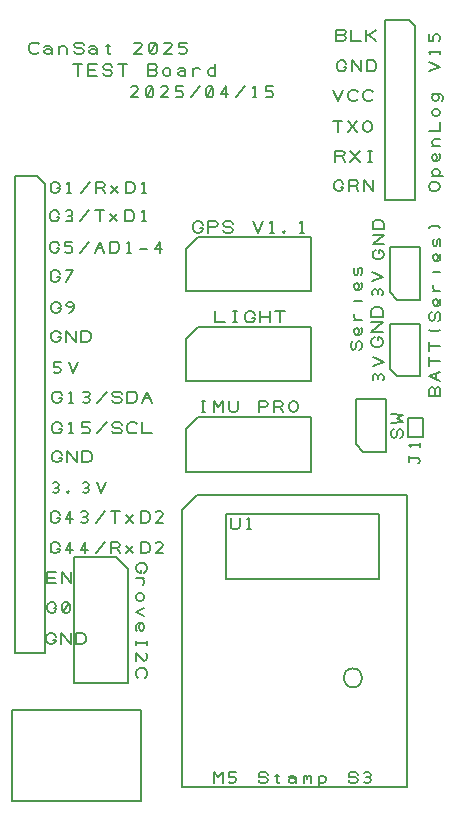
<source format=gbr>
G04 DesignSpark PCB Gerber Version 12.0 Build 5942*
%FSLAX35Y35*%
%MOMM*%
%ADD10C,0.12700*%
X0Y0D02*
D02*
D10*
X1180240Y1740240D02*
X2280240D01*
Y2510240D01*
X1180240D01*
Y1740240D01*
X1409620Y8079930D02*
X1401680Y8071990D01*
X1385800Y8064050D01*
X1361990D01*
X1346120Y8071990D01*
X1338180Y8079930D01*
X1330240Y8095800D01*
Y8127550D01*
X1338180Y8143430D01*
X1346120Y8151370D01*
X1361990Y8159300D01*
X1385800D01*
X1401680Y8151370D01*
X1409620Y8143430D01*
X1457240Y8119620D02*
X1473120Y8127550D01*
X1496930D01*
X1512800Y8119620D01*
X1520740Y8103740D01*
Y8079930D01*
X1512800Y8071990D01*
X1496930Y8064050D01*
X1481050D01*
X1465180Y8071990D01*
X1457240Y8079930D01*
Y8087870D01*
X1465180Y8095800D01*
X1481050Y8103740D01*
X1496930D01*
X1512800Y8095800D01*
X1520740Y8087870D01*
Y8079930D02*
Y8064050D01*
X1584240D02*
Y8127550D01*
Y8103740D02*
X1592180Y8119620D01*
X1608050Y8127550D01*
X1623930D01*
X1639800Y8119620D01*
X1647740Y8103740D01*
Y8064050D01*
X1711240Y8087870D02*
X1719180Y8071990D01*
X1735050Y8064050D01*
X1766800D01*
X1782680Y8071990D01*
X1790620Y8087870D01*
X1782680Y8103740D01*
X1766800Y8111680D01*
X1735050D01*
X1719180Y8119620D01*
X1711240Y8135490D01*
X1719180Y8151370D01*
X1735050Y8159300D01*
X1766800D01*
X1782680Y8151370D01*
X1790620Y8135490D01*
X1838240Y8119620D02*
X1854120Y8127550D01*
X1877930D01*
X1893800Y8119620D01*
X1901740Y8103740D01*
Y8079930D01*
X1893800Y8071990D01*
X1877930Y8064050D01*
X1862050D01*
X1846180Y8071990D01*
X1838240Y8079930D01*
Y8087870D01*
X1846180Y8095800D01*
X1862050Y8103740D01*
X1877930D01*
X1893800Y8095800D01*
X1901740Y8087870D01*
Y8079930D02*
Y8064050D01*
X1978470Y8127550D02*
X2015510D01*
X1996990Y8143430D02*
Y8071990D01*
X2004930Y8064050D01*
X2012870D01*
X2020800Y8071990D01*
X2282740Y8064050D02*
X2219240D01*
X2274800Y8119620D01*
X2282740Y8135490D01*
X2274800Y8151370D01*
X2258930Y8159300D01*
X2235120D01*
X2219240Y8151370D01*
X2354180Y8071990D02*
X2370050Y8064050D01*
X2385930D01*
X2401800Y8071990D01*
X2409740Y8087870D01*
Y8135490D01*
X2401800Y8151370D01*
X2385930Y8159300D01*
X2370050D01*
X2354180Y8151370D01*
X2346240Y8135490D01*
Y8087870D01*
X2354180Y8071990D01*
X2401800Y8151370D01*
X2536740Y8064050D02*
X2473240D01*
X2528800Y8119620D01*
X2536740Y8135490D01*
X2528800Y8151370D01*
X2512930Y8159300D01*
X2489120D01*
X2473240Y8151370D01*
X2600240Y8071990D02*
X2616120Y8064050D01*
X2639930D01*
X2655800Y8071990D01*
X2663740Y8087870D01*
Y8095800D01*
X2655800Y8111680D01*
X2639930Y8119620D01*
X2600240D01*
Y8159300D01*
X2663740D01*
X1462240Y6961990D02*
Y2993240D01*
X1208240D01*
Y7025490D01*
X1398740D01*
X1462240Y6961990D01*
X1530800Y3103740D02*
X1554620D01*
Y3095800D01*
X1546680Y3079930D01*
X1538740Y3071990D01*
X1522870Y3064050D01*
X1506990D01*
X1491120Y3071990D01*
X1483180Y3079930D01*
X1475240Y3095800D01*
Y3127550D01*
X1483180Y3143430D01*
X1491120Y3151370D01*
X1506990Y3159300D01*
X1522870D01*
X1538740Y3151370D01*
X1546680Y3143430D01*
X1554620Y3127550D01*
X1602240Y3064050D02*
Y3159300D01*
X1681620Y3064050D01*
Y3159300D01*
X1729240Y3064050D02*
Y3159300D01*
X1776870D01*
X1792740Y3151370D01*
X1800680Y3143430D01*
X1808620Y3127550D01*
Y3095800D01*
X1800680Y3079930D01*
X1792740Y3071990D01*
X1776870Y3064050D01*
X1729240D01*
X1535800Y3368740D02*
X1559620D01*
Y3360800D01*
X1551680Y3344930D01*
X1543740Y3336990D01*
X1527870Y3329050D01*
X1511990D01*
X1496120Y3336990D01*
X1488180Y3344930D01*
X1480240Y3360800D01*
Y3392550D01*
X1488180Y3408430D01*
X1496120Y3416370D01*
X1511990Y3424300D01*
X1527870D01*
X1543740Y3416370D01*
X1551680Y3408430D01*
X1559620Y3392550D01*
X1615180Y3336990D02*
X1631050Y3329050D01*
X1646930D01*
X1662800Y3336990D01*
X1670740Y3352870D01*
Y3400490D01*
X1662800Y3416370D01*
X1646930Y3424300D01*
X1631050D01*
X1615180Y3416370D01*
X1607240Y3400490D01*
Y3352870D01*
X1615180Y3336990D01*
X1662800Y3416370D01*
X1480240Y3579050D02*
Y3674300D01*
X1559620D01*
X1543740Y3626680D02*
X1480240D01*
Y3579050D02*
X1559620D01*
X1607240D02*
Y3674300D01*
X1686620Y3579050D01*
Y3674300D01*
X1560800Y6418740D02*
X1584620D01*
Y6410800D01*
X1576680Y6394930D01*
X1568740Y6386990D01*
X1552870Y6379050D01*
X1536990D01*
X1521120Y6386990D01*
X1513180Y6394930D01*
X1505240Y6410800D01*
Y6442550D01*
X1513180Y6458430D01*
X1521120Y6466370D01*
X1536990Y6474300D01*
X1552870D01*
X1568740Y6466370D01*
X1576680Y6458430D01*
X1584620Y6442550D01*
X1632240Y6386990D02*
X1648120Y6379050D01*
X1671930D01*
X1687800Y6386990D01*
X1695740Y6402870D01*
Y6410800D01*
X1687800Y6426680D01*
X1671930Y6434620D01*
X1632240D01*
Y6474300D01*
X1695740D01*
X1759240Y6379050D02*
X1838620Y6474300D01*
X1886240Y6379050D02*
X1925930Y6474300D01*
X1965620Y6379050D01*
X1902120Y6418740D02*
X1949740D01*
X2013240Y6379050D02*
Y6474300D01*
X2060870D01*
X2076740Y6466370D01*
X2084680Y6458430D01*
X2092620Y6442550D01*
Y6410800D01*
X2084680Y6394930D01*
X2076740Y6386990D01*
X2060870Y6379050D01*
X2013240D01*
X2156120D02*
X2187870D01*
X2171990D02*
Y6474300D01*
X2156120Y6458430D01*
X2267240Y6410800D02*
X2330740D01*
X2433930Y6379050D02*
Y6474300D01*
X2394240Y6410800D01*
X2457740D01*
X1560800Y6683740D02*
X1584620D01*
Y6675800D01*
X1576680Y6659930D01*
X1568740Y6651990D01*
X1552870Y6644050D01*
X1536990D01*
X1521120Y6651990D01*
X1513180Y6659930D01*
X1505240Y6675800D01*
Y6707550D01*
X1513180Y6723430D01*
X1521120Y6731370D01*
X1536990Y6739300D01*
X1552870D01*
X1568740Y6731370D01*
X1576680Y6723430D01*
X1584620Y6707550D01*
X1640180Y6651990D02*
X1656050Y6644050D01*
X1671930D01*
X1687800Y6651990D01*
X1695740Y6667870D01*
X1687800Y6683740D01*
X1671930Y6691680D01*
X1656050D01*
X1671930D02*
X1687800Y6699620D01*
X1695740Y6715490D01*
X1687800Y6731370D01*
X1671930Y6739300D01*
X1656050D01*
X1640180Y6731370D01*
X1759240Y6644050D02*
X1838620Y6739300D01*
X1925930Y6644050D02*
Y6739300D01*
X1886240D02*
X1965620D01*
X2013240Y6644050D02*
X2076740Y6707550D01*
Y6644050D02*
X2013240Y6707550D01*
X2140240Y6644050D02*
Y6739300D01*
X2187870D01*
X2203740Y6731370D01*
X2211680Y6723430D01*
X2219620Y6707550D01*
Y6675800D01*
X2211680Y6659930D01*
X2203740Y6651990D01*
X2187870Y6644050D01*
X2140240D01*
X2283120D02*
X2314870D01*
X2298990D02*
Y6739300D01*
X2283120Y6723430D01*
X1565800Y3873740D02*
X1589620D01*
Y3865800D01*
X1581680Y3849930D01*
X1573740Y3841990D01*
X1557870Y3834050D01*
X1541990D01*
X1526120Y3841990D01*
X1518180Y3849930D01*
X1510240Y3865800D01*
Y3897550D01*
X1518180Y3913430D01*
X1526120Y3921370D01*
X1541990Y3929300D01*
X1557870D01*
X1573740Y3921370D01*
X1581680Y3913430D01*
X1589620Y3897550D01*
X1676930Y3834050D02*
Y3929300D01*
X1637240Y3865800D01*
X1700740D01*
X1803930Y3834050D02*
Y3929300D01*
X1764240Y3865800D01*
X1827740D01*
X1891240Y3834050D02*
X1970620Y3929300D01*
X2018240Y3834050D02*
Y3929300D01*
X2073800D01*
X2089680Y3921370D01*
X2097620Y3905490D01*
X2089680Y3889620D01*
X2073800Y3881680D01*
X2018240D01*
X2073800D02*
X2097620Y3834050D01*
X2145240D02*
X2208740Y3897550D01*
Y3834050D02*
X2145240Y3897550D01*
X2272240Y3834050D02*
Y3929300D01*
X2319870D01*
X2335740Y3921370D01*
X2343680Y3913430D01*
X2351620Y3897550D01*
Y3865800D01*
X2343680Y3849930D01*
X2335740Y3841990D01*
X2319870Y3834050D01*
X2272240D01*
X2462740D02*
X2399240D01*
X2454800Y3889620D01*
X2462740Y3905490D01*
X2454800Y3921370D01*
X2438930Y3929300D01*
X2415120D01*
X2399240Y3921370D01*
X1565800Y4133740D02*
X1589620D01*
Y4125800D01*
X1581680Y4109930D01*
X1573740Y4101990D01*
X1557870Y4094050D01*
X1541990D01*
X1526120Y4101990D01*
X1518180Y4109930D01*
X1510240Y4125800D01*
Y4157550D01*
X1518180Y4173430D01*
X1526120Y4181370D01*
X1541990Y4189300D01*
X1557870D01*
X1573740Y4181370D01*
X1581680Y4173430D01*
X1589620Y4157550D01*
X1676930Y4094050D02*
Y4189300D01*
X1637240Y4125800D01*
X1700740D01*
X1772180Y4101990D02*
X1788050Y4094050D01*
X1803930D01*
X1819800Y4101990D01*
X1827740Y4117870D01*
X1819800Y4133740D01*
X1803930Y4141680D01*
X1788050D01*
X1803930D02*
X1819800Y4149620D01*
X1827740Y4165490D01*
X1819800Y4181370D01*
X1803930Y4189300D01*
X1788050D01*
X1772180Y4181370D01*
X1891240Y4094050D02*
X1970620Y4189300D01*
X2057930Y4094050D02*
Y4189300D01*
X2018240D02*
X2097620D01*
X2145240Y4094050D02*
X2208740Y4157550D01*
Y4094050D02*
X2145240Y4157550D01*
X2272240Y4094050D02*
Y4189300D01*
X2319870D01*
X2335740Y4181370D01*
X2343680Y4173430D01*
X2351620Y4157550D01*
Y4125800D01*
X2343680Y4109930D01*
X2335740Y4101990D01*
X2319870Y4094050D01*
X2272240D01*
X2462740D02*
X2399240D01*
X2454800Y4149620D01*
X2462740Y4165490D01*
X2454800Y4181370D01*
X2438930Y4189300D01*
X2415120D01*
X2399240Y4181370D01*
X1565800Y6173740D02*
X1589620D01*
Y6165800D01*
X1581680Y6149930D01*
X1573740Y6141990D01*
X1557870Y6134050D01*
X1541990D01*
X1526120Y6141990D01*
X1518180Y6149930D01*
X1510240Y6165800D01*
Y6197550D01*
X1518180Y6213430D01*
X1526120Y6221370D01*
X1541990Y6229300D01*
X1557870D01*
X1573740Y6221370D01*
X1581680Y6213430D01*
X1589620Y6197550D01*
X1637240Y6134050D02*
X1700740Y6229300D01*
X1637240D01*
X1565800Y6923740D02*
X1589620D01*
Y6915800D01*
X1581680Y6899930D01*
X1573740Y6891990D01*
X1557870Y6884050D01*
X1541990D01*
X1526120Y6891990D01*
X1518180Y6899930D01*
X1510240Y6915800D01*
Y6947550D01*
X1518180Y6963430D01*
X1526120Y6971370D01*
X1541990Y6979300D01*
X1557870D01*
X1573740Y6971370D01*
X1581680Y6963430D01*
X1589620Y6947550D01*
X1653120Y6884050D02*
X1684870D01*
X1668990D02*
Y6979300D01*
X1653120Y6963430D01*
X1764240Y6884050D02*
X1843620Y6979300D01*
X1891240Y6884050D02*
Y6979300D01*
X1946800D01*
X1962680Y6971370D01*
X1970620Y6955490D01*
X1962680Y6939620D01*
X1946800Y6931680D01*
X1891240D01*
X1946800D02*
X1970620Y6884050D01*
X2018240D02*
X2081740Y6947550D01*
Y6884050D02*
X2018240Y6947550D01*
X2145240Y6884050D02*
Y6979300D01*
X2192870D01*
X2208740Y6971370D01*
X2216680Y6963430D01*
X2224620Y6947550D01*
Y6915800D01*
X2216680Y6899930D01*
X2208740Y6891990D01*
X2192870Y6884050D01*
X2145240D01*
X2288120D02*
X2319870D01*
X2303990D02*
Y6979300D01*
X2288120Y6963430D01*
X1570800Y5663740D02*
X1594620D01*
Y5655800D01*
X1586680Y5639930D01*
X1578740Y5631990D01*
X1562870Y5624050D01*
X1546990D01*
X1531120Y5631990D01*
X1523180Y5639930D01*
X1515240Y5655800D01*
Y5687550D01*
X1523180Y5703430D01*
X1531120Y5711370D01*
X1546990Y5719300D01*
X1562870D01*
X1578740Y5711370D01*
X1586680Y5703430D01*
X1594620Y5687550D01*
X1642240Y5624050D02*
Y5719300D01*
X1721620Y5624050D01*
Y5719300D01*
X1769240Y5624050D02*
Y5719300D01*
X1816870D01*
X1832740Y5711370D01*
X1840680Y5703430D01*
X1848620Y5687550D01*
Y5655800D01*
X1840680Y5639930D01*
X1832740Y5631990D01*
X1816870Y5624050D01*
X1769240D01*
X1570800Y5908740D02*
X1594620D01*
Y5900800D01*
X1586680Y5884930D01*
X1578740Y5876990D01*
X1562870Y5869050D01*
X1546990D01*
X1531120Y5876990D01*
X1523180Y5884930D01*
X1515240Y5900800D01*
Y5932550D01*
X1523180Y5948430D01*
X1531120Y5956370D01*
X1546990Y5964300D01*
X1562870D01*
X1578740Y5956370D01*
X1586680Y5948430D01*
X1594620Y5932550D01*
X1666050Y5869050D02*
X1681930Y5876990D01*
X1697800Y5892870D01*
X1705740Y5916680D01*
Y5940490D01*
X1697800Y5956370D01*
X1681930Y5964300D01*
X1666050D01*
X1650180Y5956370D01*
X1642240Y5940490D01*
X1650180Y5924620D01*
X1666050Y5916680D01*
X1681930D01*
X1697800Y5924620D01*
X1705740Y5940490D01*
X1528180Y4351990D02*
X1544050Y4344050D01*
X1559930D01*
X1575800Y4351990D01*
X1583740Y4367870D01*
X1575800Y4383740D01*
X1559930Y4391680D01*
X1544050D01*
X1559930D02*
X1575800Y4399620D01*
X1583740Y4415490D01*
X1575800Y4431370D01*
X1559930Y4439300D01*
X1544050D01*
X1528180Y4431370D01*
X1655180Y4344050D02*
X1663120Y4351990D01*
X1655180Y4359930D01*
X1647240Y4351990D01*
X1655180Y4344050D01*
X1782180Y4351990D02*
X1798050Y4344050D01*
X1813930D01*
X1829800Y4351990D01*
X1837740Y4367870D01*
X1829800Y4383740D01*
X1813930Y4391680D01*
X1798050D01*
X1813930D02*
X1829800Y4399620D01*
X1837740Y4415490D01*
X1829800Y4431370D01*
X1813930Y4439300D01*
X1798050D01*
X1782180Y4431370D01*
X1901240Y4439300D02*
X1940930Y4344050D01*
X1980620Y4439300D01*
X1580800Y4643740D02*
X1604620D01*
Y4635800D01*
X1596680Y4619930D01*
X1588740Y4611990D01*
X1572870Y4604050D01*
X1556990D01*
X1541120Y4611990D01*
X1533180Y4619930D01*
X1525240Y4635800D01*
Y4667550D01*
X1533180Y4683430D01*
X1541120Y4691370D01*
X1556990Y4699300D01*
X1572870D01*
X1588740Y4691370D01*
X1596680Y4683430D01*
X1604620Y4667550D01*
X1652240Y4604050D02*
Y4699300D01*
X1731620Y4604050D01*
Y4699300D01*
X1779240Y4604050D02*
Y4699300D01*
X1826870D01*
X1842740Y4691370D01*
X1850680Y4683430D01*
X1858620Y4667550D01*
Y4635800D01*
X1850680Y4619930D01*
X1842740Y4611990D01*
X1826870Y4604050D01*
X1779240D01*
X1580800Y4888740D02*
X1604620D01*
Y4880800D01*
X1596680Y4864930D01*
X1588740Y4856990D01*
X1572870Y4849050D01*
X1556990D01*
X1541120Y4856990D01*
X1533180Y4864930D01*
X1525240Y4880800D01*
Y4912550D01*
X1533180Y4928430D01*
X1541120Y4936370D01*
X1556990Y4944300D01*
X1572870D01*
X1588740Y4936370D01*
X1596680Y4928430D01*
X1604620Y4912550D01*
X1668120Y4849050D02*
X1699870D01*
X1683990D02*
Y4944300D01*
X1668120Y4928430D01*
X1779240Y4856990D02*
X1795120Y4849050D01*
X1818930D01*
X1834800Y4856990D01*
X1842740Y4872870D01*
Y4880800D01*
X1834800Y4896680D01*
X1818930Y4904620D01*
X1779240D01*
Y4944300D01*
X1842740D01*
X1906240Y4849050D02*
X1985620Y4944300D01*
X2033240Y4872870D02*
X2041180Y4856990D01*
X2057050Y4849050D01*
X2088800D01*
X2104680Y4856990D01*
X2112620Y4872870D01*
X2104680Y4888740D01*
X2088800Y4896680D01*
X2057050D01*
X2041180Y4904620D01*
X2033240Y4920490D01*
X2041180Y4936370D01*
X2057050Y4944300D01*
X2088800D01*
X2104680Y4936370D01*
X2112620Y4920490D01*
X2239620Y4864930D02*
X2231680Y4856990D01*
X2215800Y4849050D01*
X2191990D01*
X2176120Y4856990D01*
X2168180Y4864930D01*
X2160240Y4880800D01*
Y4912550D01*
X2168180Y4928430D01*
X2176120Y4936370D01*
X2191990Y4944300D01*
X2215800D01*
X2231680Y4936370D01*
X2239620Y4928430D01*
X2287240Y4944300D02*
Y4849050D01*
X2366620D01*
X1580800Y5148740D02*
X1604620D01*
Y5140800D01*
X1596680Y5124930D01*
X1588740Y5116990D01*
X1572870Y5109050D01*
X1556990D01*
X1541120Y5116990D01*
X1533180Y5124930D01*
X1525240Y5140800D01*
Y5172550D01*
X1533180Y5188430D01*
X1541120Y5196370D01*
X1556990Y5204300D01*
X1572870D01*
X1588740Y5196370D01*
X1596680Y5188430D01*
X1604620Y5172550D01*
X1668120Y5109050D02*
X1699870D01*
X1683990D02*
Y5204300D01*
X1668120Y5188430D01*
X1787180Y5116990D02*
X1803050Y5109050D01*
X1818930D01*
X1834800Y5116990D01*
X1842740Y5132870D01*
X1834800Y5148740D01*
X1818930Y5156680D01*
X1803050D01*
X1818930D02*
X1834800Y5164620D01*
X1842740Y5180490D01*
X1834800Y5196370D01*
X1818930Y5204300D01*
X1803050D01*
X1787180Y5196370D01*
X1906240Y5109050D02*
X1985620Y5204300D01*
X2033240Y5132870D02*
X2041180Y5116990D01*
X2057050Y5109050D01*
X2088800D01*
X2104680Y5116990D01*
X2112620Y5132870D01*
X2104680Y5148740D01*
X2088800Y5156680D01*
X2057050D01*
X2041180Y5164620D01*
X2033240Y5180490D01*
X2041180Y5196370D01*
X2057050Y5204300D01*
X2088800D01*
X2104680Y5196370D01*
X2112620Y5180490D01*
X2160240Y5109050D02*
Y5204300D01*
X2207870D01*
X2223740Y5196370D01*
X2231680Y5188430D01*
X2239620Y5172550D01*
Y5140800D01*
X2231680Y5124930D01*
X2223740Y5116990D01*
X2207870Y5109050D01*
X2160240D01*
X2287240D02*
X2326930Y5204300D01*
X2366620Y5109050D01*
X2303120Y5148740D02*
X2350740D01*
X1535240Y5366990D02*
X1551120Y5359050D01*
X1574930D01*
X1590800Y5366990D01*
X1598740Y5382870D01*
Y5390800D01*
X1590800Y5406680D01*
X1574930Y5414620D01*
X1535240D01*
Y5454300D01*
X1598740D01*
X1662240D02*
X1701930Y5359050D01*
X1741620Y5454300D01*
X1739930Y7879050D02*
Y7974300D01*
X1700240D02*
X1779620D01*
X1827240Y7879050D02*
Y7974300D01*
X1906620D01*
X1890740Y7926680D02*
X1827240D01*
Y7879050D02*
X1906620D01*
X1954240Y7902870D02*
X1962180Y7886990D01*
X1978050Y7879050D01*
X2009800D01*
X2025680Y7886990D01*
X2033620Y7902870D01*
X2025680Y7918740D01*
X2009800Y7926680D01*
X1978050D01*
X1962180Y7934620D01*
X1954240Y7950490D01*
X1962180Y7966370D01*
X1978050Y7974300D01*
X2009800D01*
X2025680Y7966370D01*
X2033620Y7950490D01*
X2120930Y7879050D02*
Y7974300D01*
X2081240D02*
X2160620D01*
X2390800Y7926680D02*
X2406680Y7918740D01*
X2414620Y7902870D01*
X2406680Y7886990D01*
X2390800Y7879050D01*
X2335240D01*
Y7974300D01*
X2390800D01*
X2406680Y7966370D01*
X2414620Y7950490D01*
X2406680Y7934620D01*
X2390800Y7926680D01*
X2335240D01*
X2462240Y7902870D02*
X2470180Y7886990D01*
X2486050Y7879050D01*
X2501930D01*
X2517800Y7886990D01*
X2525740Y7902870D01*
Y7918740D01*
X2517800Y7934620D01*
X2501930Y7942550D01*
X2486050D01*
X2470180Y7934620D01*
X2462240Y7918740D01*
Y7902870D01*
X2589240Y7934620D02*
X2605120Y7942550D01*
X2628930D01*
X2644800Y7934620D01*
X2652740Y7918740D01*
Y7894930D01*
X2644800Y7886990D01*
X2628930Y7879050D01*
X2613050D01*
X2597180Y7886990D01*
X2589240Y7894930D01*
Y7902870D01*
X2597180Y7910800D01*
X2613050Y7918740D01*
X2628930D01*
X2644800Y7910800D01*
X2652740Y7902870D01*
Y7894930D02*
Y7879050D01*
X2716240D02*
Y7942550D01*
Y7918740D02*
X2724180Y7934620D01*
X2740050Y7942550D01*
X2755930D01*
X2771800Y7934620D01*
X2906740Y7918740D02*
X2898800Y7934620D01*
X2882930Y7942550D01*
X2867050D01*
X2851180Y7934620D01*
X2843240Y7918740D01*
Y7902870D01*
X2851180Y7886990D01*
X2867050Y7879050D01*
X2882930D01*
X2898800Y7886990D01*
X2906740Y7902870D01*
Y7879050D02*
Y7974300D01*
X2065240Y3800240D02*
X1705240D01*
Y2740240D01*
X2165240D01*
Y3700240D01*
X2065240Y3800240D01*
X2253740Y7694050D02*
X2190240D01*
X2245800Y7749620D01*
X2253740Y7765490D01*
X2245800Y7781370D01*
X2229930Y7789300D01*
X2206120D01*
X2190240Y7781370D01*
X2325180Y7701990D02*
X2341050Y7694050D01*
X2356930D01*
X2372800Y7701990D01*
X2380740Y7717870D01*
Y7765490D01*
X2372800Y7781370D01*
X2356930Y7789300D01*
X2341050D01*
X2325180Y7781370D01*
X2317240Y7765490D01*
Y7717870D01*
X2325180Y7701990D01*
X2372800Y7781370D01*
X2507740Y7694050D02*
X2444240D01*
X2499800Y7749620D01*
X2507740Y7765490D01*
X2499800Y7781370D01*
X2483930Y7789300D01*
X2460120D01*
X2444240Y7781370D01*
X2571240Y7701990D02*
X2587120Y7694050D01*
X2610930D01*
X2626800Y7701990D01*
X2634740Y7717870D01*
Y7725800D01*
X2626800Y7741680D01*
X2610930Y7749620D01*
X2571240D01*
Y7789300D01*
X2634740D01*
X2698240Y7694050D02*
X2777620Y7789300D01*
X2833180Y7701990D02*
X2849050Y7694050D01*
X2864930D01*
X2880800Y7701990D01*
X2888740Y7717870D01*
Y7765490D01*
X2880800Y7781370D01*
X2864930Y7789300D01*
X2849050D01*
X2833180Y7781370D01*
X2825240Y7765490D01*
Y7717870D01*
X2833180Y7701990D01*
X2880800Y7781370D01*
X2991930Y7694050D02*
Y7789300D01*
X2952240Y7725800D01*
X3015740D01*
X3079240Y7694050D02*
X3158620Y7789300D01*
X3222120Y7694050D02*
X3253870D01*
X3237990D02*
Y7789300D01*
X3222120Y7773430D01*
X3333240Y7701990D02*
X3349120Y7694050D01*
X3372930D01*
X3388800Y7701990D01*
X3396740Y7717870D01*
Y7725800D01*
X3388800Y7741680D01*
X3372930Y7749620D01*
X3333240D01*
Y7789300D01*
X3396740D01*
X2273740Y3694680D02*
Y3670860D01*
X2265800D01*
X2249930Y3678800D01*
X2241990Y3686740D01*
X2234050Y3702610D01*
Y3718490D01*
X2241990Y3734360D01*
X2249930Y3742300D01*
X2265800Y3750240D01*
X2297550D01*
X2313430Y3742300D01*
X2321370Y3734360D01*
X2329300Y3718490D01*
Y3702610D01*
X2321370Y3686740D01*
X2313430Y3678800D01*
X2297550Y3670860D01*
X2234050Y3623240D02*
X2297550D01*
X2273740D02*
X2289620Y3615300D01*
X2297550Y3599430D01*
Y3583550D01*
X2289620Y3567680D01*
X2257870Y3496240D02*
X2241990Y3488300D01*
X2234050Y3472430D01*
Y3456550D01*
X2241990Y3440680D01*
X2257870Y3432740D01*
X2273740D01*
X2289620Y3440680D01*
X2297550Y3456550D01*
Y3472430D01*
X2289620Y3488300D01*
X2273740Y3496240D01*
X2257870D01*
X2297550Y3369240D02*
X2234050Y3337490D01*
X2297550Y3305740D01*
X2241990Y3178740D02*
X2234050Y3186680D01*
Y3202550D01*
Y3218430D01*
X2241990Y3234300D01*
X2257870Y3242240D01*
X2281680D01*
X2289620Y3234300D01*
X2297550Y3218430D01*
Y3202550D01*
X2289620Y3186680D01*
X2281680Y3178740D01*
X2273740D01*
X2265800Y3186680D01*
X2257870Y3202550D01*
Y3218430D01*
X2265800Y3234300D01*
X2273740Y3242240D01*
X2234050Y3091430D02*
Y3059680D01*
Y3075550D02*
X2329300D01*
Y3091430D02*
Y3059680D01*
X2234050Y2924740D02*
Y2988240D01*
X2289620Y2932680D01*
X2305490Y2924740D01*
X2321370Y2932680D01*
X2329300Y2948550D01*
Y2972360D01*
X2321370Y2988240D01*
X2249930Y2781860D02*
X2241990Y2789800D01*
X2234050Y2805680D01*
Y2829490D01*
X2241990Y2845360D01*
X2249930Y2853300D01*
X2265800Y2861240D01*
X2297550D01*
X2313430Y2853300D01*
X2321370Y2845360D01*
X2329300Y2829490D01*
Y2805680D01*
X2321370Y2789800D01*
X2313430Y2781860D01*
X2655240Y4885240D02*
Y4525240D01*
X3715240D01*
Y4985240D01*
X2755240D01*
X2655240Y4885240D01*
Y5650240D02*
Y5290240D01*
X3715240D01*
Y5750240D01*
X2755240D01*
X2655240Y5650240D01*
Y6415240D02*
Y6055240D01*
X3715240D01*
Y6515240D01*
X2755240D01*
X2655240Y6415240D01*
X2775800Y6588740D02*
X2799620D01*
Y6580800D01*
X2791680Y6564930D01*
X2783740Y6556990D01*
X2767870Y6549050D01*
X2751990D01*
X2736120Y6556990D01*
X2728180Y6564930D01*
X2720240Y6580800D01*
Y6612550D01*
X2728180Y6628430D01*
X2736120Y6636370D01*
X2751990Y6644300D01*
X2767870D01*
X2783740Y6636370D01*
X2791680Y6628430D01*
X2799620Y6612550D01*
X2847240Y6549050D02*
Y6644300D01*
X2902800D01*
X2918680Y6636370D01*
X2926620Y6620490D01*
X2918680Y6604620D01*
X2902800Y6596680D01*
X2847240D01*
X2974240Y6572870D02*
X2982180Y6556990D01*
X2998050Y6549050D01*
X3029800D01*
X3045680Y6556990D01*
X3053620Y6572870D01*
X3045680Y6588740D01*
X3029800Y6596680D01*
X2998050D01*
X2982180Y6604620D01*
X2974240Y6620490D01*
X2982180Y6636370D01*
X2998050Y6644300D01*
X3029800D01*
X3045680Y6636370D01*
X3053620Y6620490D01*
X3228240Y6644300D02*
X3267930Y6549050D01*
X3307620Y6644300D01*
X3371120Y6549050D02*
X3402870D01*
X3386990D02*
Y6644300D01*
X3371120Y6628430D01*
X3490180Y6549050D02*
X3498120Y6556990D01*
X3490180Y6564930D01*
X3482240Y6556990D01*
X3490180Y6549050D01*
X3625120D02*
X3656870D01*
X3640990D02*
Y6644300D01*
X3625120Y6628430D01*
X2789050Y5029050D02*
X2820800D01*
X2804930D02*
Y5124300D01*
X2789050D02*
X2820800D01*
X2892240Y5029050D02*
Y5124300D01*
X2931930Y5076680D01*
X2971620Y5124300D01*
Y5029050D01*
X3019240Y5124300D02*
Y5052870D01*
X3027180Y5036990D01*
X3043050Y5029050D01*
X3074800D01*
X3090680Y5036990D01*
X3098620Y5052870D01*
Y5124300D01*
X3273240Y5029050D02*
Y5124300D01*
X3328800D01*
X3344680Y5116370D01*
X3352620Y5100490D01*
X3344680Y5084620D01*
X3328800Y5076680D01*
X3273240D01*
X3400240Y5029050D02*
Y5124300D01*
X3455800D01*
X3471680Y5116370D01*
X3479620Y5100490D01*
X3471680Y5084620D01*
X3455800Y5076680D01*
X3400240D01*
X3455800D02*
X3479620Y5029050D01*
X3527240Y5060800D02*
Y5092550D01*
X3535180Y5108430D01*
X3543120Y5116370D01*
X3558990Y5124300D01*
X3574870D01*
X3590740Y5116370D01*
X3598680Y5108430D01*
X3606620Y5092550D01*
Y5060800D01*
X3598680Y5044930D01*
X3590740Y5036990D01*
X3574870Y5029050D01*
X3558990D01*
X3543120Y5036990D01*
X3535180Y5044930D01*
X3527240Y5060800D01*
X2890240Y1889050D02*
Y1984300D01*
X2929930Y1936680D01*
X2969620Y1984300D01*
Y1889050D01*
X3017240Y1896990D02*
X3033120Y1889050D01*
X3056930D01*
X3072800Y1896990D01*
X3080740Y1912870D01*
Y1920800D01*
X3072800Y1936680D01*
X3056930Y1944620D01*
X3017240D01*
Y1984300D01*
X3080740D01*
X3271240Y1912870D02*
X3279180Y1896990D01*
X3295050Y1889050D01*
X3326800D01*
X3342680Y1896990D01*
X3350620Y1912870D01*
X3342680Y1928740D01*
X3326800Y1936680D01*
X3295050D01*
X3279180Y1944620D01*
X3271240Y1960490D01*
X3279180Y1976370D01*
X3295050Y1984300D01*
X3326800D01*
X3342680Y1976370D01*
X3350620Y1960490D01*
X3411470Y1952550D02*
X3448510D01*
X3429990Y1968430D02*
Y1896990D01*
X3437930Y1889050D01*
X3445870D01*
X3453800Y1896990D01*
X3525240Y1944620D02*
X3541120Y1952550D01*
X3564930D01*
X3580800Y1944620D01*
X3588740Y1928740D01*
Y1904930D01*
X3580800Y1896990D01*
X3564930Y1889050D01*
X3549050D01*
X3533180Y1896990D01*
X3525240Y1904930D01*
Y1912870D01*
X3533180Y1920800D01*
X3549050Y1928740D01*
X3564930D01*
X3580800Y1920800D01*
X3588740Y1912870D01*
Y1904930D02*
Y1889050D01*
X3652240D02*
Y1952550D01*
Y1944620D02*
X3660180Y1952550D01*
X3676050D01*
X3683990Y1944620D01*
Y1920800D01*
Y1944620D02*
X3691930Y1952550D01*
X3707800D01*
X3715740Y1944620D01*
Y1889050D01*
X3779240Y1952550D02*
Y1865240D01*
Y1912870D02*
X3787180Y1896990D01*
X3803050Y1889050D01*
X3818930D01*
X3834800Y1896990D01*
X3842740Y1912870D01*
Y1928740D01*
X3834800Y1944620D01*
X3818930Y1952550D01*
X3803050D01*
X3787180Y1944620D01*
X3779240Y1928740D01*
Y1912870D01*
X4033240D02*
X4041180Y1896990D01*
X4057050Y1889050D01*
X4088800D01*
X4104680Y1896990D01*
X4112620Y1912870D01*
X4104680Y1928740D01*
X4088800Y1936680D01*
X4057050D01*
X4041180Y1944620D01*
X4033240Y1960490D01*
X4041180Y1976370D01*
X4057050Y1984300D01*
X4088800D01*
X4104680Y1976370D01*
X4112620Y1960490D01*
X4168180Y1896990D02*
X4184050Y1889050D01*
X4199930D01*
X4215800Y1896990D01*
X4223740Y1912870D01*
X4215800Y1928740D01*
X4199930Y1936680D01*
X4184050D01*
X4199930D02*
X4215800Y1944620D01*
X4223740Y1960490D01*
X4215800Y1976370D01*
X4199930Y1984300D01*
X4184050D01*
X4168180Y1976370D01*
X2905240Y5884300D02*
Y5789050D01*
X2984620D01*
X3056050D02*
X3087800D01*
X3071930D02*
Y5884300D01*
X3056050D02*
X3087800D01*
X3214800Y5828740D02*
X3238620D01*
Y5820800D01*
X3230680Y5804930D01*
X3222740Y5796990D01*
X3206870Y5789050D01*
X3190990D01*
X3175120Y5796990D01*
X3167180Y5804930D01*
X3159240Y5820800D01*
Y5852550D01*
X3167180Y5868430D01*
X3175120Y5876370D01*
X3190990Y5884300D01*
X3206870D01*
X3222740Y5876370D01*
X3230680Y5868430D01*
X3238620Y5852550D01*
X3286240Y5789050D02*
Y5884300D01*
Y5836680D02*
X3365620D01*
Y5789050D02*
Y5884300D01*
X3452930Y5789050D02*
Y5884300D01*
X3413240D02*
X3492620D01*
X3034240Y4137300D02*
Y4065870D01*
X3042180Y4049990D01*
X3058050Y4042050D01*
X3089800D01*
X3105680Y4049990D01*
X3113620Y4065870D01*
Y4137300D01*
X3177120Y4042050D02*
X3208870D01*
X3192990D02*
Y4137300D01*
X3177120Y4121430D01*
X3939930Y7399050D02*
Y7494300D01*
X3900240D02*
X3979620D01*
X4027240Y7399050D02*
X4106620Y7494300D01*
X4027240D02*
X4106620Y7399050D01*
X4154240Y7430800D02*
Y7462550D01*
X4162180Y7478430D01*
X4170120Y7486370D01*
X4185990Y7494300D01*
X4201870D01*
X4217740Y7486370D01*
X4225680Y7478430D01*
X4233620Y7462550D01*
Y7430800D01*
X4225680Y7414930D01*
X4217740Y7406990D01*
X4201870Y7399050D01*
X4185990D01*
X4170120Y7406990D01*
X4162180Y7414930D01*
X4154240Y7430800D01*
X3905240Y7759300D02*
X3944930Y7664050D01*
X3984620Y7759300D01*
X4111620Y7679930D02*
X4103680Y7671990D01*
X4087800Y7664050D01*
X4063990D01*
X4048120Y7671990D01*
X4040180Y7679930D01*
X4032240Y7695800D01*
Y7727550D01*
X4040180Y7743430D01*
X4048120Y7751370D01*
X4063990Y7759300D01*
X4087800D01*
X4103680Y7751370D01*
X4111620Y7743430D01*
X4238620Y7679930D02*
X4230680Y7671990D01*
X4214800Y7664050D01*
X4190990D01*
X4175120Y7671990D01*
X4167180Y7679930D01*
X4159240Y7695800D01*
Y7727550D01*
X4167180Y7743430D01*
X4175120Y7751370D01*
X4190990Y7759300D01*
X4214800D01*
X4230680Y7751370D01*
X4238620Y7743430D01*
X3965800Y6938740D02*
X3989620D01*
Y6930800D01*
X3981680Y6914930D01*
X3973740Y6906990D01*
X3957870Y6899050D01*
X3941990D01*
X3926120Y6906990D01*
X3918180Y6914930D01*
X3910240Y6930800D01*
Y6962550D01*
X3918180Y6978430D01*
X3926120Y6986370D01*
X3941990Y6994300D01*
X3957870D01*
X3973740Y6986370D01*
X3981680Y6978430D01*
X3989620Y6962550D01*
X4037240Y6899050D02*
Y6994300D01*
X4092800D01*
X4108680Y6986370D01*
X4116620Y6970490D01*
X4108680Y6954620D01*
X4092800Y6946680D01*
X4037240D01*
X4092800D02*
X4116620Y6899050D01*
X4164240D02*
Y6994300D01*
X4243620Y6899050D01*
Y6994300D01*
X3920240Y7149050D02*
Y7244300D01*
X3975800D01*
X3991680Y7236370D01*
X3999620Y7220490D01*
X3991680Y7204620D01*
X3975800Y7196680D01*
X3920240D01*
X3975800D02*
X3999620Y7149050D01*
X4047240D02*
X4126620Y7244300D01*
X4047240D02*
X4126620Y7149050D01*
X4198050D02*
X4229800D01*
X4213930D02*
Y7244300D01*
X4198050D02*
X4229800D01*
X3985800Y8221680D02*
X4001680Y8213740D01*
X4009620Y8197870D01*
X4001680Y8181990D01*
X3985800Y8174050D01*
X3930240D01*
Y8269300D01*
X3985800D01*
X4001680Y8261370D01*
X4009620Y8245490D01*
X4001680Y8229620D01*
X3985800Y8221680D01*
X3930240D01*
X4057240Y8269300D02*
Y8174050D01*
X4136620D01*
X4184240D02*
Y8269300D01*
Y8221680D02*
X4208050D01*
X4263620Y8269300D01*
X4208050Y8221680D02*
X4263620Y8174050D01*
X3990800Y7953740D02*
X4014620D01*
Y7945800D01*
X4006680Y7929930D01*
X3998740Y7921990D01*
X3982870Y7914050D01*
X3966990D01*
X3951120Y7921990D01*
X3943180Y7929930D01*
X3935240Y7945800D01*
Y7977550D01*
X3943180Y7993430D01*
X3951120Y8001370D01*
X3966990Y8009300D01*
X3982870D01*
X3998740Y8001370D01*
X4006680Y7993430D01*
X4014620Y7977550D01*
X4062240Y7914050D02*
Y8009300D01*
X4141620Y7914050D01*
Y8009300D01*
X4189240Y7914050D02*
Y8009300D01*
X4236870D01*
X4252740Y8001370D01*
X4260680Y7993430D01*
X4268620Y7977550D01*
Y7945800D01*
X4260680Y7929930D01*
X4252740Y7921990D01*
X4236870Y7914050D01*
X4189240D01*
X4070240Y2860240D02*
G75*
G03*
Y2700240I0J-80000D01*
G01*
G75*
G03*
Y2860240I0J80000D01*
G01*
X4093240Y4758490D02*
Y5139490D01*
X4347240D01*
Y4694990D01*
X4156740D01*
X4093240Y4758490D01*
X4122610Y5555240D02*
X4138490Y5563180D01*
X4146430Y5579050D01*
Y5610800D01*
X4138490Y5626680D01*
X4122610Y5634620D01*
X4106740Y5626680D01*
X4098800Y5610800D01*
Y5579050D01*
X4090860Y5563180D01*
X4074990Y5555240D01*
X4059110Y5563180D01*
X4051180Y5579050D01*
Y5610800D01*
X4059110Y5626680D01*
X4074990Y5634620D01*
X4138490Y5745740D02*
X4146430Y5737800D01*
Y5721930D01*
Y5706050D01*
X4138490Y5690180D01*
X4122610Y5682240D01*
X4098800D01*
X4090860Y5690180D01*
X4082930Y5706050D01*
Y5721930D01*
X4090860Y5737800D01*
X4098800Y5745740D01*
X4106740D01*
X4114680Y5737800D01*
X4122610Y5721930D01*
Y5706050D01*
X4114680Y5690180D01*
X4106740Y5682240D01*
X4146430Y5809240D02*
X4082930D01*
X4106740D02*
X4090860Y5817180D01*
X4082930Y5833050D01*
Y5848930D01*
X4090860Y5864800D01*
X4146430Y5967990D02*
X4082930D01*
X4059110D02*
X4138490Y6126740D02*
X4146430Y6118800D01*
Y6102930D01*
Y6087050D01*
X4138490Y6071180D01*
X4122610Y6063240D01*
X4098800D01*
X4090860Y6071180D01*
X4082930Y6087050D01*
Y6102930D01*
X4090860Y6118800D01*
X4098800Y6126740D01*
X4106740D01*
X4114680Y6118800D01*
X4122610Y6102930D01*
Y6087050D01*
X4114680Y6071180D01*
X4106740Y6063240D01*
X4138490Y6190240D02*
X4146430Y6206120D01*
Y6237870D01*
X4138490Y6253740D01*
X4122610D01*
X4114680Y6237870D01*
Y6206120D01*
X4106740Y6190240D01*
X4090860D01*
X4082930Y6206120D01*
Y6237870D01*
X4090860Y6253740D01*
X4294240Y4168240D02*
Y3618240D01*
X2994240D01*
Y4168240D01*
X4294240D01*
X4281740Y5640800D02*
Y5664620D01*
X4289680D01*
X4305550Y5656680D01*
X4313490Y5648740D01*
X4321430Y5632870D01*
Y5616990D01*
X4313490Y5601120D01*
X4305550Y5593180D01*
X4289680Y5585240D01*
X4257930D01*
X4242050Y5593180D01*
X4234110Y5601120D01*
X4226180Y5616990D01*
Y5632870D01*
X4234110Y5648740D01*
X4242050Y5656680D01*
X4257930Y5664620D01*
X4321430Y5712240D02*
X4226180D01*
X4321430Y5791620D01*
X4226180D01*
X4321430Y5839240D02*
X4226180D01*
Y5886870D01*
X4234110Y5902740D01*
X4242050Y5910680D01*
X4257930Y5918620D01*
X4289680D01*
X4305550Y5910680D01*
X4313490Y5902740D01*
X4321430Y5886870D01*
Y5839240D01*
X4318490Y6018180D02*
X4326430Y6034050D01*
Y6049930D01*
X4318490Y6065800D01*
X4302610Y6073740D01*
X4286740Y6065800D01*
X4278800Y6049930D01*
Y6034050D01*
Y6049930D02*
X4270860Y6065800D01*
X4254990Y6073740D01*
X4239110Y6065800D01*
X4231180Y6049930D01*
Y6034050D01*
X4239110Y6018180D01*
X4231180Y6137240D02*
X4326430Y6176930D01*
X4231180Y6216620D01*
X4323490Y5298180D02*
X4331430Y5314050D01*
Y5329930D01*
X4323490Y5345800D01*
X4307610Y5353740D01*
X4291740Y5345800D01*
X4283800Y5329930D01*
Y5314050D01*
Y5329930D02*
X4275860Y5345800D01*
X4259990Y5353740D01*
X4244110Y5345800D01*
X4236180Y5329930D01*
Y5314050D01*
X4244110Y5298180D01*
X4236180Y5417240D02*
X4331430Y5456930D01*
X4236180Y5496620D01*
X4291740Y6380800D02*
Y6404620D01*
X4299680D01*
X4315550Y6396680D01*
X4323490Y6388740D01*
X4331430Y6372870D01*
Y6356990D01*
X4323490Y6341120D01*
X4315550Y6333180D01*
X4299680Y6325240D01*
X4267930D01*
X4252050Y6333180D01*
X4244110Y6341120D01*
X4236180Y6356990D01*
Y6372870D01*
X4244110Y6388740D01*
X4252050Y6396680D01*
X4267930Y6404620D01*
X4331430Y6452240D02*
X4236180D01*
X4331430Y6531620D01*
X4236180D01*
X4331430Y6579240D02*
X4236180D01*
Y6626870D01*
X4244110Y6642740D01*
X4252050Y6650680D01*
X4267930Y6658620D01*
X4299680D01*
X4315550Y6650680D01*
X4323490Y6642740D01*
X4331430Y6626870D01*
Y6579240D01*
X4383240Y5398490D02*
Y5779490D01*
X4637240D01*
Y5334990D01*
X4446740D01*
X4383240Y5398490D01*
Y6043490D02*
Y6424490D01*
X4637240D01*
Y5979990D01*
X4446740D01*
X4383240Y6043490D01*
X4467610Y4810240D02*
X4483490Y4818180D01*
X4491430Y4834050D01*
Y4865800D01*
X4483490Y4881680D01*
X4467610Y4889620D01*
X4451740Y4881680D01*
X4443800Y4865800D01*
Y4834050D01*
X4435860Y4818180D01*
X4419990Y4810240D01*
X4404110Y4818180D01*
X4396180Y4834050D01*
Y4865800D01*
X4404110Y4881680D01*
X4419990Y4889620D01*
X4396180Y4937240D02*
X4491430Y4945180D01*
X4443800Y4976930D01*
X4491430Y5008680D01*
X4396180Y5016620D01*
X4524740Y4330740D02*
Y1854240D01*
X2619740D01*
Y4203740D01*
X2746740Y4330740D01*
X4524740D01*
X4540240Y4980240D02*
Y4815240D01*
X4660240D01*
Y4980240D01*
X4540240D01*
X4597240Y8301440D02*
Y6828240D01*
X4343240D01*
Y8352240D01*
X4546440D01*
X4597240Y8301440D01*
X4625550Y4595240D02*
X4633490Y4603180D01*
X4641430Y4619050D01*
X4633490Y4634930D01*
X4625550Y4642870D01*
X4546180D01*
Y4658740D01*
Y4642870D02*
Y4611120D01*
X4641430Y4738120D02*
Y4769870D01*
Y4753990D02*
X4546180D01*
X4562050Y4738120D01*
X4774680Y6900240D02*
X4742930D01*
X4727050Y6908180D01*
X4719110Y6916120D01*
X4711180Y6931990D01*
Y6947870D01*
X4719110Y6963740D01*
X4727050Y6971680D01*
X4742930Y6979620D01*
X4774680D01*
X4790550Y6971680D01*
X4798490Y6963740D01*
X4806430Y6947870D01*
Y6931990D01*
X4798490Y6916120D01*
X4790550Y6908180D01*
X4774680Y6900240D01*
X4742930Y7027240D02*
X4830240D01*
X4782610D02*
X4798490Y7035180D01*
X4806430Y7051050D01*
Y7066930D01*
X4798490Y7082800D01*
X4782610Y7090740D01*
X4766740D01*
X4750860Y7082800D01*
X4742930Y7066930D01*
Y7051050D01*
X4750860Y7035180D01*
X4766740Y7027240D01*
X4782610D01*
X4798490Y7217740D02*
X4806430Y7209800D01*
Y7193930D01*
Y7178050D01*
X4798490Y7162180D01*
X4782610Y7154240D01*
X4758800D01*
X4750860Y7162180D01*
X4742930Y7178050D01*
Y7193930D01*
X4750860Y7209800D01*
X4758800Y7217740D01*
X4766740D01*
X4774680Y7209800D01*
X4782610Y7193930D01*
Y7178050D01*
X4774680Y7162180D01*
X4766740Y7154240D01*
X4806430Y7281240D02*
X4742930D01*
X4766740D02*
X4750860Y7289180D01*
X4742930Y7305050D01*
Y7320930D01*
X4750860Y7336800D01*
X4766740Y7344740D01*
X4806430D01*
X4711180Y7408240D02*
X4806430D01*
Y7487620D01*
X4782610Y7535240D02*
X4798490Y7543180D01*
X4806430Y7559050D01*
Y7574930D01*
X4798490Y7590800D01*
X4782610Y7598740D01*
X4766740D01*
X4750860Y7590800D01*
X4742930Y7574930D01*
Y7559050D01*
X4750860Y7543180D01*
X4766740Y7535240D01*
X4782610D01*
X4766740Y7725740D02*
X4750860Y7717800D01*
X4742930Y7701930D01*
Y7686050D01*
X4750860Y7670180D01*
X4766740Y7662240D01*
X4774680D01*
X4790550Y7670180D01*
X4798490Y7686050D01*
Y7701930D01*
X4790550Y7717800D01*
X4774680Y7725740D01*
X4742930D02*
X4806430D01*
X4822300Y7717800D01*
X4830240Y7701930D01*
Y7678120D01*
X4822300Y7662240D01*
X4711180Y7916240D02*
X4806430Y7955930D01*
X4711180Y7995620D01*
X4806430Y8059120D02*
Y8090870D01*
Y8074990D02*
X4711180D01*
X4727050Y8059120D01*
X4798490Y8170240D02*
X4806430Y8186120D01*
Y8209930D01*
X4798490Y8225800D01*
X4782610Y8233740D01*
X4774680D01*
X4758800Y8225800D01*
X4750860Y8209930D01*
Y8170240D01*
X4711180D01*
Y8233740D01*
X4763800Y5220800D02*
X4771740Y5236680D01*
X4787610Y5244620D01*
X4803490Y5236680D01*
X4811430Y5220800D01*
Y5165240D01*
X4716180D01*
Y5220800D01*
X4724110Y5236680D01*
X4739990Y5244620D01*
X4755860Y5236680D01*
X4763800Y5220800D01*
Y5165240D01*
X4811430Y5292240D02*
X4716180Y5331930D01*
X4811430Y5371620D01*
X4771740Y5308120D02*
Y5355740D01*
X4811430Y5458930D02*
X4716180D01*
Y5419240D02*
Y5498620D01*
X4811430Y5585930D02*
X4716180D01*
Y5546240D02*
Y5625620D01*
X4811430Y5728800D02*
X4787610Y5712930D01*
X4732050D01*
X4716180Y5728800D01*
X4787610Y5800240D02*
X4803490Y5808180D01*
X4811430Y5824050D01*
Y5855800D01*
X4803490Y5871680D01*
X4787610Y5879620D01*
X4771740Y5871680D01*
X4763800Y5855800D01*
Y5824050D01*
X4755860Y5808180D01*
X4739990Y5800240D01*
X4724110Y5808180D01*
X4716180Y5824050D01*
Y5855800D01*
X4724110Y5871680D01*
X4739990Y5879620D01*
X4803490Y5990740D02*
X4811430Y5982800D01*
Y5966930D01*
Y5951050D01*
X4803490Y5935180D01*
X4787610Y5927240D01*
X4763800D01*
X4755860Y5935180D01*
X4747930Y5951050D01*
Y5966930D01*
X4755860Y5982800D01*
X4763800Y5990740D01*
X4771740D01*
X4779680Y5982800D01*
X4787610Y5966930D01*
Y5951050D01*
X4779680Y5935180D01*
X4771740Y5927240D01*
X4811430Y6054240D02*
X4747930D01*
X4771740D02*
X4755860Y6062180D01*
X4747930Y6078050D01*
Y6093930D01*
X4755860Y6109800D01*
X4811430Y6212990D02*
X4747930D01*
X4724110D02*
X4803490Y6371740D02*
X4811430Y6363800D01*
Y6347930D01*
Y6332050D01*
X4803490Y6316180D01*
X4787610Y6308240D01*
X4763800D01*
X4755860Y6316180D01*
X4747930Y6332050D01*
Y6347930D01*
X4755860Y6363800D01*
X4763800Y6371740D01*
X4771740D01*
X4779680Y6363800D01*
X4787610Y6347930D01*
Y6332050D01*
X4779680Y6316180D01*
X4771740Y6308240D01*
X4803490Y6435240D02*
X4811430Y6451120D01*
Y6482870D01*
X4803490Y6498740D01*
X4787610D01*
X4779680Y6482870D01*
Y6451120D01*
X4771740Y6435240D01*
X4755860D01*
X4747930Y6451120D01*
Y6482870D01*
X4755860Y6498740D01*
X4811430Y6586050D02*
X4787610Y6601930D01*
X4732050D01*
X4716180Y6586050D01*
X0Y0D02*
M02*

</source>
